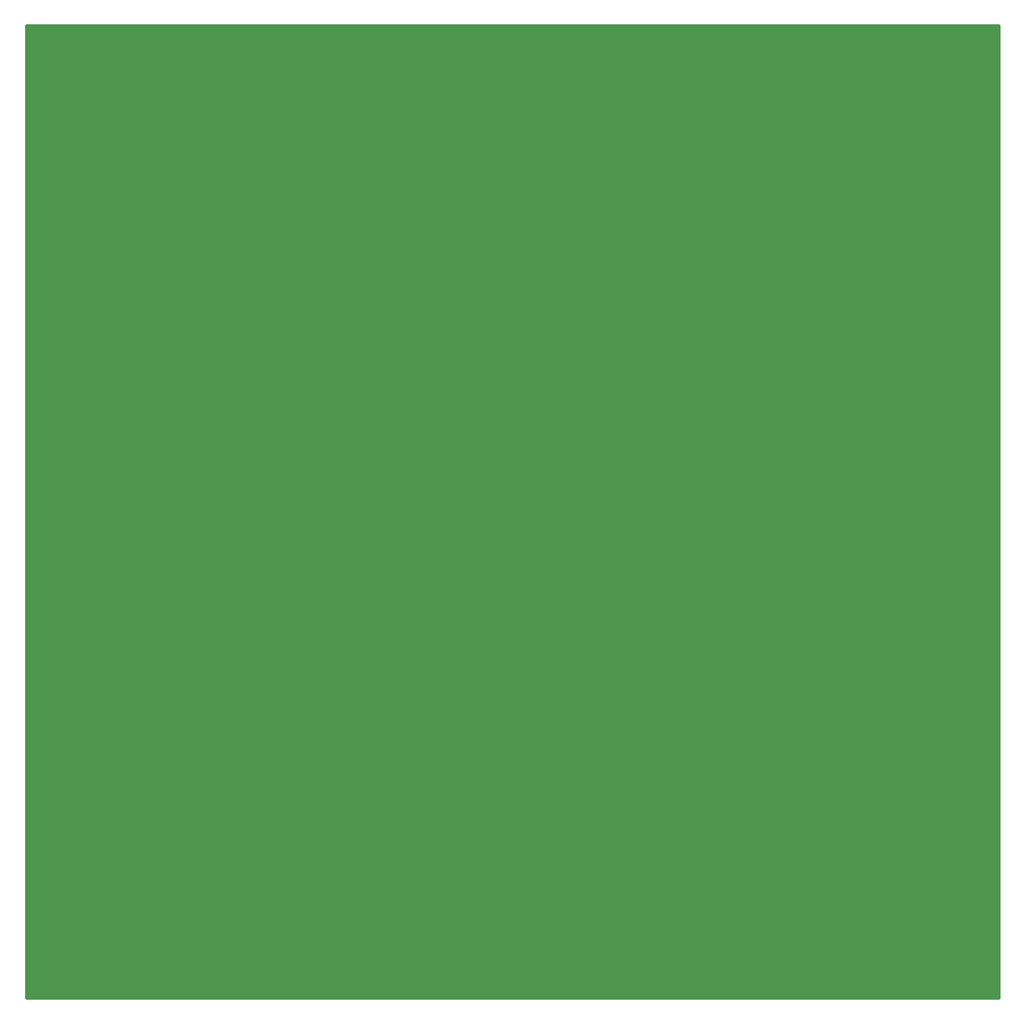
<source format=gbr>
%TF.GenerationSoftware,KiCad,Pcbnew,(5.1.4)-1*%
%TF.CreationDate,2019-12-10T14:49:21+08:00*%
%TF.ProjectId,RF_output,52465f6f-7574-4707-9574-2e6b69636164,rev?*%
%TF.SameCoordinates,Original*%
%TF.FileFunction,Copper,L2,Bot*%
%TF.FilePolarity,Positive*%
%FSLAX46Y46*%
G04 Gerber Fmt 4.6, Leading zero omitted, Abs format (unit mm)*
G04 Created by KiCad (PCBNEW (5.1.4)-1) date 2019-12-10 14:49:21*
%MOMM*%
%LPD*%
G04 APERTURE LIST*
%ADD10C,0.800000*%
%ADD11C,6.000000*%
%ADD12C,0.254000*%
%ADD13C,0.350000*%
G04 APERTURE END LIST*
D10*
X57056810Y-143812500D03*
X57056810Y-146187500D03*
X55000000Y-147375000D03*
X52943190Y-146187500D03*
X52943190Y-143812500D03*
X55000000Y-142625000D03*
D11*
X55000000Y-145000000D03*
D10*
X57056810Y-53812500D03*
X57056810Y-56187500D03*
X55000000Y-57375000D03*
X52943190Y-56187500D03*
X52943190Y-53812500D03*
X55000000Y-52625000D03*
D11*
X55000000Y-55000000D03*
D10*
X147056810Y-143812500D03*
X147056810Y-146187500D03*
X145000000Y-147375000D03*
X142943190Y-146187500D03*
X142943190Y-143812500D03*
X145000000Y-142625000D03*
D11*
X145000000Y-145000000D03*
D10*
X62056810Y-118812500D03*
X62056810Y-121187500D03*
X60000000Y-122375000D03*
X57943190Y-121187500D03*
X57943190Y-118812500D03*
X60000000Y-117625000D03*
D11*
X60000000Y-120000000D03*
D10*
X147056810Y-53812500D03*
X147056810Y-56187500D03*
X145000000Y-57375000D03*
X142943190Y-56187500D03*
X142943190Y-53812500D03*
X145000000Y-52625000D03*
D11*
X145000000Y-55000000D03*
D10*
X62056810Y-78812500D03*
X62056810Y-81187500D03*
X60000000Y-82375000D03*
X57943190Y-81187500D03*
X57943190Y-78812500D03*
X60000000Y-77625000D03*
D11*
X60000000Y-80000000D03*
D10*
X142580000Y-92634000D03*
X140580000Y-92634000D03*
X138580000Y-94412000D03*
X140580000Y-94412000D03*
X144580000Y-96190000D03*
X142580000Y-94412000D03*
X148580000Y-92634000D03*
X138580000Y-92634000D03*
X148580000Y-96190000D03*
X146580000Y-96190000D03*
X140580000Y-96190000D03*
X148580000Y-94412000D03*
X146580000Y-94412000D03*
X142580000Y-96190000D03*
X144580000Y-92634000D03*
X146580000Y-92634000D03*
X138580000Y-96190000D03*
X144580000Y-94412000D03*
X146580000Y-105588000D03*
X144580000Y-105588000D03*
X140580000Y-105588000D03*
X138580000Y-105588000D03*
X148580000Y-105588000D03*
X142580000Y-105588000D03*
X146580000Y-103810000D03*
X144580000Y-103810000D03*
X140580000Y-103810000D03*
X138580000Y-103810000D03*
X148580000Y-103810000D03*
X142580000Y-103810000D03*
X138580000Y-107366000D03*
X140580000Y-107366000D03*
X142580000Y-107366000D03*
X144580000Y-107366000D03*
X146580000Y-107366000D03*
X148580000Y-107366000D03*
X115570000Y-88900000D03*
X118110000Y-93980000D03*
X113030000Y-101600000D03*
X118110000Y-96520000D03*
X115570000Y-93980000D03*
X113030000Y-96520000D03*
X115570000Y-101600000D03*
X118110000Y-101600000D03*
X115570000Y-99060000D03*
X113030000Y-93980000D03*
X118110000Y-99060000D03*
X113030000Y-99060000D03*
X115570000Y-96520000D03*
X113030000Y-91440000D03*
X113030000Y-88900000D03*
X115570000Y-91440000D03*
X118110000Y-91440000D03*
X118110000Y-88900000D03*
X115570000Y-104140000D03*
X118110000Y-109220000D03*
X113030000Y-116840000D03*
X118110000Y-111760000D03*
X115570000Y-109220000D03*
X113030000Y-111760000D03*
X115570000Y-116840000D03*
X118110000Y-116840000D03*
X115570000Y-114300000D03*
X113030000Y-109220000D03*
X118110000Y-114300000D03*
X113030000Y-114300000D03*
X115570000Y-111760000D03*
X113030000Y-106680000D03*
X113030000Y-104140000D03*
X115570000Y-106680000D03*
X118110000Y-106680000D03*
X118110000Y-104140000D03*
X115570000Y-124460000D03*
X118110000Y-121920000D03*
X113030000Y-127000000D03*
X118110000Y-124460000D03*
X115570000Y-121920000D03*
X113030000Y-119380000D03*
X115570000Y-127000000D03*
X115570000Y-119380000D03*
X118110000Y-127000000D03*
X113030000Y-124460000D03*
X113030000Y-121920000D03*
X118110000Y-119380000D03*
X80010000Y-77470000D03*
X77470000Y-80010000D03*
X72390000Y-74930000D03*
X77470000Y-72390000D03*
X67310000Y-77470000D03*
X74930000Y-74930000D03*
X80010000Y-74930000D03*
X80010000Y-80010000D03*
X82550000Y-74930000D03*
X67310000Y-74930000D03*
X69850000Y-77470000D03*
X64770000Y-80010000D03*
X72390000Y-80010000D03*
X64770000Y-77470000D03*
X82550000Y-77470000D03*
X72390000Y-77470000D03*
X69850000Y-74930000D03*
X69850000Y-72390000D03*
X77470000Y-74930000D03*
X77470000Y-77470000D03*
X64770000Y-74930000D03*
X82550000Y-72390000D03*
X74930000Y-77470000D03*
X80010000Y-72390000D03*
X74930000Y-72390000D03*
X82550000Y-80010000D03*
X74930000Y-80010000D03*
X67310000Y-80010000D03*
X72390000Y-72390000D03*
X67310000Y-72390000D03*
X69850000Y-80010000D03*
X64770000Y-72390000D03*
X57150000Y-63500000D03*
X54610000Y-63500000D03*
X54610000Y-73660000D03*
X57150000Y-71120000D03*
X57150000Y-73660000D03*
X57150000Y-68580000D03*
X57150000Y-76200000D03*
X54610000Y-76200000D03*
X54610000Y-71120000D03*
X54610000Y-60960000D03*
X54610000Y-66040000D03*
X57150000Y-66040000D03*
X54610000Y-68580000D03*
X80010000Y-123190000D03*
X80010000Y-125730000D03*
X80010000Y-120650000D03*
X80010000Y-128270000D03*
X77470000Y-123190000D03*
X77470000Y-125730000D03*
X77470000Y-120650000D03*
X77470000Y-128270000D03*
X74930000Y-123190000D03*
X74930000Y-125730000D03*
X74930000Y-120650000D03*
X74930000Y-128270000D03*
X72390000Y-123190000D03*
X72390000Y-125730000D03*
X72390000Y-120650000D03*
X72390000Y-128270000D03*
X69850000Y-123190000D03*
X69850000Y-125730000D03*
X69850000Y-120650000D03*
X69850000Y-128270000D03*
X67310000Y-123190000D03*
X67310000Y-125730000D03*
X67310000Y-120650000D03*
X67310000Y-128270000D03*
X64770000Y-123190000D03*
X64770000Y-125730000D03*
X64770000Y-120650000D03*
X64770000Y-128270000D03*
X57150000Y-124460000D03*
X59690000Y-124460000D03*
X54610000Y-124460000D03*
X62230000Y-124460000D03*
X57150000Y-127000000D03*
X59690000Y-127000000D03*
X54610000Y-127000000D03*
X62230000Y-127000000D03*
X54610000Y-134620000D03*
X54610000Y-132080000D03*
X54610000Y-137160000D03*
X54610000Y-129540000D03*
X57150000Y-132080000D03*
X57150000Y-134620000D03*
X57150000Y-129540000D03*
X57150000Y-137160000D03*
X107630000Y-75190000D03*
X105590000Y-79000000D03*
X105590000Y-72650000D03*
X107630000Y-76460000D03*
X105590000Y-80270000D03*
X105590000Y-73920000D03*
X105590000Y-75190000D03*
X107630000Y-73920000D03*
X107630000Y-79000000D03*
X105590000Y-76460000D03*
X107630000Y-72650000D03*
X105590000Y-71380000D03*
X107630000Y-71380000D03*
X107630000Y-80270000D03*
X105590000Y-77730000D03*
X107630000Y-77730000D03*
X87130000Y-75190000D03*
X85090000Y-79000000D03*
X85090000Y-72650000D03*
X87130000Y-76460000D03*
X85090000Y-80270000D03*
X85090000Y-73920000D03*
X85090000Y-75190000D03*
X87130000Y-73920000D03*
X87130000Y-79000000D03*
X85090000Y-76460000D03*
X87130000Y-72650000D03*
X85090000Y-71380000D03*
X87130000Y-71380000D03*
X87130000Y-80270000D03*
X85090000Y-77730000D03*
X87130000Y-77730000D03*
X107630000Y-123190000D03*
X105590000Y-127000000D03*
X105590000Y-120650000D03*
X107630000Y-124460000D03*
X105590000Y-128270000D03*
X105590000Y-121920000D03*
X105590000Y-123190000D03*
X107630000Y-121920000D03*
X107630000Y-127000000D03*
X105590000Y-124460000D03*
X107630000Y-120650000D03*
X105590000Y-119380000D03*
X107630000Y-119380000D03*
X107630000Y-128270000D03*
X105590000Y-125730000D03*
X107630000Y-125730000D03*
X105000000Y-118000000D03*
X118110000Y-71120000D03*
X115570000Y-71120000D03*
X113030000Y-71120000D03*
X113030000Y-73660000D03*
X115570000Y-73660000D03*
X118110000Y-73660000D03*
X118110000Y-76200000D03*
X115570000Y-76200000D03*
X113030000Y-76200000D03*
X118110000Y-81280000D03*
X115570000Y-81280000D03*
X113030000Y-81280000D03*
X113030000Y-83820000D03*
X115570000Y-83820000D03*
X118110000Y-83820000D03*
X118110000Y-86360000D03*
X115570000Y-86360000D03*
X113030000Y-86360000D03*
X59944000Y-65532000D03*
X59944000Y-68072000D03*
X59944000Y-57912000D03*
X59944000Y-52832000D03*
X59944000Y-62992000D03*
X59944000Y-60452000D03*
X59944000Y-55372000D03*
X53086000Y-59182000D03*
X53086000Y-71882000D03*
X53086000Y-69342000D03*
X53086000Y-64262000D03*
X53086000Y-61722000D03*
X53086000Y-74422000D03*
X53086000Y-76962000D03*
X53086000Y-79502000D03*
X53086000Y-66802000D03*
X119634000Y-69850000D03*
X81534000Y-69850000D03*
X84074000Y-69850000D03*
X76454000Y-69850000D03*
X86614000Y-69850000D03*
X112014000Y-69850000D03*
X109474000Y-69850000D03*
X117094000Y-69850000D03*
X114554000Y-69850000D03*
X78994000Y-69850000D03*
X106934000Y-69850000D03*
X73914000Y-69850000D03*
X66294000Y-69850000D03*
X63754000Y-69850000D03*
X71374000Y-69850000D03*
X68834000Y-69850000D03*
X61214000Y-69850000D03*
X120904000Y-71882000D03*
X120904000Y-84582000D03*
X120904000Y-82042000D03*
X120904000Y-76962000D03*
X120904000Y-79502000D03*
X120904000Y-74422000D03*
X120904000Y-87122000D03*
X120904000Y-89662000D03*
X120904000Y-92202000D03*
X120904000Y-117856000D03*
X120904000Y-125476000D03*
X120904000Y-102616000D03*
X120904000Y-107696000D03*
X120904000Y-112776000D03*
X120904000Y-115316000D03*
X120904000Y-122936000D03*
X120904000Y-97536000D03*
X120904000Y-105156000D03*
X120904000Y-110236000D03*
X120904000Y-120396000D03*
X120904000Y-100076000D03*
X120904000Y-94996000D03*
X120904000Y-128016000D03*
X73660000Y-82042000D03*
X78740000Y-82042000D03*
X111760000Y-82042000D03*
X76200000Y-82042000D03*
X56000000Y-82042000D03*
X83820000Y-82042000D03*
X86360000Y-82042000D03*
X81280000Y-82042000D03*
X109220000Y-82042000D03*
X106680000Y-82042000D03*
X53340000Y-82042000D03*
X53086000Y-125476000D03*
X53086000Y-133096000D03*
X53086000Y-120396000D03*
X53086000Y-122936000D03*
X53086000Y-130556000D03*
X53086000Y-128016000D03*
X53086000Y-135636000D03*
X53086000Y-138176000D03*
X53086000Y-140716000D03*
X60198000Y-136906000D03*
X60198000Y-144526000D03*
X60198000Y-131826000D03*
X60198000Y-134366000D03*
X60198000Y-141986000D03*
X60198000Y-139446000D03*
X60198000Y-147066000D03*
X67056000Y-130048000D03*
X64516000Y-130048000D03*
X72136000Y-130048000D03*
X69596000Y-130048000D03*
X61976000Y-130048000D03*
X77216000Y-130048000D03*
X79756000Y-130048000D03*
X84836000Y-130048000D03*
X87376000Y-130048000D03*
X74676000Y-130048000D03*
X82296000Y-130048000D03*
X115062000Y-130048000D03*
X112522000Y-130048000D03*
X120142000Y-130048000D03*
X117602000Y-130048000D03*
X53340000Y-118110000D03*
X55580000Y-118110000D03*
X73660000Y-118110000D03*
X76200000Y-118110000D03*
X78740000Y-118110000D03*
X81280000Y-118110000D03*
X83820000Y-118110000D03*
X86360000Y-118110000D03*
X111760000Y-118110000D03*
X111760000Y-115570000D03*
X111760000Y-113030000D03*
X111760000Y-110490000D03*
X111760000Y-107950000D03*
X111760000Y-105410000D03*
X111760000Y-102870000D03*
X111760000Y-100330000D03*
X111760000Y-97790000D03*
X111760000Y-95250000D03*
X111760000Y-92710000D03*
X111760000Y-90170000D03*
X111760000Y-87630000D03*
X111760000Y-85090000D03*
X118110000Y-78740000D03*
X115570000Y-78740000D03*
X113030000Y-78740000D03*
X87130000Y-128270000D03*
X87130000Y-127000000D03*
X87130000Y-125730000D03*
X87130000Y-123190000D03*
X87130000Y-124460000D03*
X87130000Y-121920000D03*
X87130000Y-120650000D03*
X87130000Y-119380000D03*
X85090000Y-119380000D03*
X85090000Y-120650000D03*
X85090000Y-121920000D03*
X85090000Y-123190000D03*
X85090000Y-124460000D03*
X85090000Y-125730000D03*
X85090000Y-127000000D03*
X85090000Y-128270000D03*
X109220000Y-118110000D03*
X109982000Y-130048000D03*
X107500000Y-130000000D03*
X105000000Y-130000000D03*
X107500000Y-118000000D03*
X82550000Y-120650000D03*
X82550000Y-123190000D03*
X82550000Y-125730000D03*
X82550000Y-128270000D03*
X54610000Y-121920000D03*
X55880000Y-139700000D03*
X58420000Y-140970000D03*
X55880000Y-78740000D03*
X59690000Y-74930000D03*
X62230000Y-74930000D03*
X62230000Y-72390000D03*
X59690000Y-72390000D03*
X57150000Y-60960000D03*
X58420000Y-58420000D03*
X110490000Y-128270000D03*
X110490000Y-125730000D03*
X110490000Y-123190000D03*
X110490000Y-120650000D03*
X110490000Y-80010000D03*
X110490000Y-77470000D03*
X110490000Y-74930000D03*
X110490000Y-72390000D03*
X138430000Y-110490000D03*
X140970000Y-110490000D03*
X143510000Y-110490000D03*
X146050000Y-110490000D03*
X148590000Y-110490000D03*
X138430000Y-113030000D03*
X140970000Y-113030000D03*
X143510000Y-113030000D03*
X146050000Y-113030000D03*
X148590000Y-113030000D03*
X138430000Y-115570000D03*
X140970000Y-115570000D03*
X143510000Y-115570000D03*
X146050000Y-115570000D03*
X148590000Y-115570000D03*
X138430000Y-118110000D03*
X140970000Y-118110000D03*
X143510000Y-118110000D03*
X146050000Y-118110000D03*
X148590000Y-118110000D03*
X138430000Y-120650000D03*
X140970000Y-120650000D03*
X143510000Y-120650000D03*
X146050000Y-120650000D03*
X148590000Y-120650000D03*
X138430000Y-123190000D03*
X140970000Y-123190000D03*
X143510000Y-123190000D03*
X146050000Y-123190000D03*
X148590000Y-123190000D03*
X138430000Y-125730000D03*
X140970000Y-125730000D03*
X143510000Y-125730000D03*
X146050000Y-125730000D03*
X148590000Y-125730000D03*
X138430000Y-128270000D03*
X140970000Y-128270000D03*
X143510000Y-128270000D03*
X146050000Y-128270000D03*
X148590000Y-128270000D03*
X138430000Y-130810000D03*
X140970000Y-130810000D03*
X143510000Y-130810000D03*
X146050000Y-130810000D03*
X148590000Y-130810000D03*
X138430000Y-133350000D03*
X140970000Y-133350000D03*
X143510000Y-133350000D03*
X146050000Y-133350000D03*
X148590000Y-133350000D03*
X138430000Y-135890000D03*
X140970000Y-135890000D03*
X143510000Y-135890000D03*
X146050000Y-135890000D03*
X148590000Y-135890000D03*
X138430000Y-138430000D03*
X140970000Y-138430000D03*
X143510000Y-138430000D03*
X146050000Y-138430000D03*
X148590000Y-138430000D03*
X138430000Y-140970000D03*
X140970000Y-140970000D03*
X143510000Y-140970000D03*
X146050000Y-140970000D03*
X148590000Y-140970000D03*
X138430000Y-143510000D03*
X140970000Y-143510000D03*
X148590000Y-143510000D03*
X138430000Y-146050000D03*
X140970000Y-146050000D03*
X148590000Y-146050000D03*
X138430000Y-88900000D03*
X140970000Y-88900000D03*
X143510000Y-88900000D03*
X146050000Y-88900000D03*
X148590000Y-88900000D03*
X138430000Y-86360000D03*
X140970000Y-86360000D03*
X143510000Y-86360000D03*
X146050000Y-86360000D03*
X148590000Y-86360000D03*
X138430000Y-83820000D03*
X140970000Y-83820000D03*
X143510000Y-83820000D03*
X146050000Y-83820000D03*
X148590000Y-83820000D03*
X138430000Y-81280000D03*
X140970000Y-81280000D03*
X143510000Y-81280000D03*
X146050000Y-81280000D03*
X148590000Y-81280000D03*
X138430000Y-78740000D03*
X140970000Y-78740000D03*
X143510000Y-78740000D03*
X146050000Y-78740000D03*
X148590000Y-78740000D03*
X138430000Y-76200000D03*
X140970000Y-76200000D03*
X143510000Y-76200000D03*
X146050000Y-76200000D03*
X148590000Y-76200000D03*
X138430000Y-73660000D03*
X140970000Y-73660000D03*
X143510000Y-73660000D03*
X146050000Y-73660000D03*
X148590000Y-73660000D03*
X138430000Y-71120000D03*
X140970000Y-71120000D03*
X143510000Y-71120000D03*
X146050000Y-71120000D03*
X148590000Y-71120000D03*
X138430000Y-68580000D03*
X140970000Y-68580000D03*
X143510000Y-68580000D03*
X146050000Y-68580000D03*
X148590000Y-68580000D03*
X138430000Y-66040000D03*
X140970000Y-66040000D03*
X143510000Y-66040000D03*
X146050000Y-66040000D03*
X148590000Y-66040000D03*
X138430000Y-63500000D03*
X140970000Y-63500000D03*
X143510000Y-63500000D03*
X146050000Y-63500000D03*
X148590000Y-63500000D03*
X138430000Y-60960000D03*
X140970000Y-60960000D03*
X143510000Y-60960000D03*
X146050000Y-60960000D03*
X148590000Y-60960000D03*
X138430000Y-58420000D03*
X140970000Y-58420000D03*
X143510000Y-58420000D03*
X146050000Y-58420000D03*
X148590000Y-58420000D03*
X138430000Y-55880000D03*
X140970000Y-55880000D03*
X148590000Y-55880000D03*
X138430000Y-53340000D03*
X140970000Y-53340000D03*
X148590000Y-53340000D03*
D12*
G36*
X149123000Y-149123000D02*
G01*
X50877000Y-149123000D01*
X50877000Y-50877000D01*
X149123001Y-50877000D01*
X149123000Y-149123000D01*
X149123000Y-149123000D01*
G37*
X149123000Y-149123000D02*
X50877000Y-149123000D01*
X50877000Y-50877000D01*
X149123001Y-50877000D01*
X149123000Y-149123000D01*
D13*
X115570000Y-88900000D03*
X118110000Y-93980000D03*
X113030000Y-101600000D03*
X118110000Y-96520000D03*
X115570000Y-93980000D03*
X113030000Y-96520000D03*
X115570000Y-101600000D03*
X118110000Y-101600000D03*
X115570000Y-99060000D03*
X113030000Y-93980000D03*
X118110000Y-99060000D03*
X113030000Y-99060000D03*
X115570000Y-96520000D03*
X113030000Y-91440000D03*
X113030000Y-88900000D03*
X115570000Y-91440000D03*
X118110000Y-91440000D03*
X118110000Y-88900000D03*
X115570000Y-104140000D03*
X118110000Y-109220000D03*
X113030000Y-116840000D03*
X118110000Y-111760000D03*
X115570000Y-109220000D03*
X113030000Y-111760000D03*
X115570000Y-116840000D03*
X118110000Y-116840000D03*
X115570000Y-114300000D03*
X113030000Y-109220000D03*
X118110000Y-114300000D03*
X113030000Y-114300000D03*
X115570000Y-111760000D03*
X113030000Y-106680000D03*
X113030000Y-104140000D03*
X115570000Y-106680000D03*
X118110000Y-106680000D03*
X118110000Y-104140000D03*
X115570000Y-124460000D03*
X118110000Y-121920000D03*
X113030000Y-127000000D03*
X118110000Y-124460000D03*
X115570000Y-121920000D03*
X113030000Y-119380000D03*
X115570000Y-127000000D03*
X115570000Y-119380000D03*
X118110000Y-127000000D03*
X113030000Y-124460000D03*
X113030000Y-121920000D03*
X118110000Y-119380000D03*
X80010000Y-77470000D03*
X77470000Y-80010000D03*
X72390000Y-74930000D03*
X77470000Y-72390000D03*
X67310000Y-77470000D03*
X74930000Y-74930000D03*
X80010000Y-74930000D03*
X80010000Y-80010000D03*
X82550000Y-74930000D03*
X67310000Y-74930000D03*
X69850000Y-77470000D03*
X64770000Y-80010000D03*
X72390000Y-80010000D03*
X64770000Y-77470000D03*
X82550000Y-77470000D03*
X72390000Y-77470000D03*
X69850000Y-74930000D03*
X69850000Y-72390000D03*
X77470000Y-74930000D03*
X77470000Y-77470000D03*
X64770000Y-74930000D03*
X82550000Y-72390000D03*
X74930000Y-77470000D03*
X80010000Y-72390000D03*
X74930000Y-72390000D03*
X82550000Y-80010000D03*
X74930000Y-80010000D03*
X67310000Y-80010000D03*
X72390000Y-72390000D03*
X67310000Y-72390000D03*
X69850000Y-80010000D03*
X64770000Y-72390000D03*
X57150000Y-63500000D03*
X54610000Y-63500000D03*
X54610000Y-73660000D03*
X57150000Y-71120000D03*
X57150000Y-73660000D03*
X57150000Y-68580000D03*
X57150000Y-76200000D03*
X54610000Y-76200000D03*
X54610000Y-71120000D03*
X54610000Y-60960000D03*
X54610000Y-66040000D03*
X57150000Y-66040000D03*
X54610000Y-68580000D03*
X80010000Y-123190000D03*
X80010000Y-125730000D03*
X80010000Y-120650000D03*
X80010000Y-128270000D03*
X77470000Y-123190000D03*
X77470000Y-125730000D03*
X77470000Y-120650000D03*
X77470000Y-128270000D03*
X74930000Y-123190000D03*
X74930000Y-125730000D03*
X74930000Y-120650000D03*
X74930000Y-128270000D03*
X72390000Y-123190000D03*
X72390000Y-125730000D03*
X72390000Y-120650000D03*
X72390000Y-128270000D03*
X69850000Y-123190000D03*
X69850000Y-125730000D03*
X69850000Y-120650000D03*
X69850000Y-128270000D03*
X67310000Y-123190000D03*
X67310000Y-125730000D03*
X67310000Y-120650000D03*
X67310000Y-128270000D03*
X64770000Y-123190000D03*
X64770000Y-125730000D03*
X64770000Y-120650000D03*
X64770000Y-128270000D03*
X57150000Y-124460000D03*
X59690000Y-124460000D03*
X54610000Y-124460000D03*
X62230000Y-124460000D03*
X57150000Y-127000000D03*
X59690000Y-127000000D03*
X54610000Y-127000000D03*
X62230000Y-127000000D03*
X54610000Y-134620000D03*
X54610000Y-132080000D03*
X54610000Y-137160000D03*
X54610000Y-129540000D03*
X57150000Y-132080000D03*
X57150000Y-134620000D03*
X57150000Y-129540000D03*
X57150000Y-137160000D03*
X107630000Y-75190000D03*
X105590000Y-79000000D03*
X105590000Y-72650000D03*
X107630000Y-76460000D03*
X105590000Y-80270000D03*
X105590000Y-73920000D03*
X105590000Y-75190000D03*
X107630000Y-73920000D03*
X107630000Y-79000000D03*
X105590000Y-76460000D03*
X107630000Y-72650000D03*
X105590000Y-71380000D03*
X107630000Y-71380000D03*
X107630000Y-80270000D03*
X105590000Y-77730000D03*
X107630000Y-77730000D03*
X87130000Y-75190000D03*
X85090000Y-79000000D03*
X85090000Y-72650000D03*
X87130000Y-76460000D03*
X85090000Y-80270000D03*
X85090000Y-73920000D03*
X85090000Y-75190000D03*
X87130000Y-73920000D03*
X87130000Y-79000000D03*
X85090000Y-76460000D03*
X87130000Y-72650000D03*
X85090000Y-71380000D03*
X87130000Y-71380000D03*
X87130000Y-80270000D03*
X85090000Y-77730000D03*
X87130000Y-77730000D03*
X107630000Y-123190000D03*
X105590000Y-127000000D03*
X105590000Y-120650000D03*
X107630000Y-124460000D03*
X105590000Y-128270000D03*
X105590000Y-121920000D03*
X105590000Y-123190000D03*
X107630000Y-121920000D03*
X107630000Y-127000000D03*
X105590000Y-124460000D03*
X107630000Y-120650000D03*
X105590000Y-119380000D03*
X107630000Y-119380000D03*
X107630000Y-128270000D03*
X105590000Y-125730000D03*
X107630000Y-125730000D03*
X105000000Y-118000000D03*
X118110000Y-71120000D03*
X115570000Y-71120000D03*
X113030000Y-71120000D03*
X113030000Y-73660000D03*
X115570000Y-73660000D03*
X118110000Y-73660000D03*
X118110000Y-76200000D03*
X115570000Y-76200000D03*
X113030000Y-76200000D03*
X118110000Y-81280000D03*
X115570000Y-81280000D03*
X113030000Y-81280000D03*
X113030000Y-83820000D03*
X115570000Y-83820000D03*
X118110000Y-83820000D03*
X118110000Y-86360000D03*
X115570000Y-86360000D03*
X113030000Y-86360000D03*
X59944000Y-65532000D03*
X59944000Y-68072000D03*
X59944000Y-57912000D03*
X59944000Y-52832000D03*
X59944000Y-62992000D03*
X59944000Y-60452000D03*
X59944000Y-55372000D03*
X53086000Y-59182000D03*
X53086000Y-71882000D03*
X53086000Y-69342000D03*
X53086000Y-64262000D03*
X53086000Y-61722000D03*
X53086000Y-74422000D03*
X53086000Y-76962000D03*
X53086000Y-79502000D03*
X53086000Y-66802000D03*
X119634000Y-69850000D03*
X81534000Y-69850000D03*
X84074000Y-69850000D03*
X76454000Y-69850000D03*
X86614000Y-69850000D03*
X112014000Y-69850000D03*
X109474000Y-69850000D03*
X117094000Y-69850000D03*
X114554000Y-69850000D03*
X78994000Y-69850000D03*
X106934000Y-69850000D03*
X73914000Y-69850000D03*
X66294000Y-69850000D03*
X63754000Y-69850000D03*
X71374000Y-69850000D03*
X68834000Y-69850000D03*
X61214000Y-69850000D03*
X120904000Y-71882000D03*
X120904000Y-84582000D03*
X120904000Y-82042000D03*
X120904000Y-76962000D03*
X120904000Y-79502000D03*
X120904000Y-74422000D03*
X120904000Y-87122000D03*
X120904000Y-89662000D03*
X120904000Y-92202000D03*
X120904000Y-117856000D03*
X120904000Y-125476000D03*
X120904000Y-102616000D03*
X120904000Y-107696000D03*
X120904000Y-112776000D03*
X120904000Y-115316000D03*
X120904000Y-122936000D03*
X120904000Y-97536000D03*
X120904000Y-105156000D03*
X120904000Y-110236000D03*
X120904000Y-120396000D03*
X120904000Y-100076000D03*
X120904000Y-94996000D03*
X120904000Y-128016000D03*
X73660000Y-82042000D03*
X78740000Y-82042000D03*
X111760000Y-82042000D03*
X76200000Y-82042000D03*
X56000000Y-82042000D03*
X83820000Y-82042000D03*
X86360000Y-82042000D03*
X81280000Y-82042000D03*
X109220000Y-82042000D03*
X106680000Y-82042000D03*
X53340000Y-82042000D03*
X53086000Y-125476000D03*
X53086000Y-133096000D03*
X53086000Y-120396000D03*
X53086000Y-122936000D03*
X53086000Y-130556000D03*
X53086000Y-128016000D03*
X53086000Y-135636000D03*
X53086000Y-138176000D03*
X53086000Y-140716000D03*
X60198000Y-136906000D03*
X60198000Y-144526000D03*
X60198000Y-131826000D03*
X60198000Y-134366000D03*
X60198000Y-141986000D03*
X60198000Y-139446000D03*
X60198000Y-147066000D03*
X67056000Y-130048000D03*
X64516000Y-130048000D03*
X72136000Y-130048000D03*
X69596000Y-130048000D03*
X61976000Y-130048000D03*
X77216000Y-130048000D03*
X79756000Y-130048000D03*
X84836000Y-130048000D03*
X87376000Y-130048000D03*
X74676000Y-130048000D03*
X82296000Y-130048000D03*
X115062000Y-130048000D03*
X112522000Y-130048000D03*
X120142000Y-130048000D03*
X117602000Y-130048000D03*
X53340000Y-118110000D03*
X55580000Y-118110000D03*
X73660000Y-118110000D03*
X76200000Y-118110000D03*
X78740000Y-118110000D03*
X81280000Y-118110000D03*
X83820000Y-118110000D03*
X86360000Y-118110000D03*
X111760000Y-118110000D03*
X111760000Y-115570000D03*
X111760000Y-113030000D03*
X111760000Y-110490000D03*
X111760000Y-107950000D03*
X111760000Y-105410000D03*
X111760000Y-102870000D03*
X111760000Y-100330000D03*
X111760000Y-97790000D03*
X111760000Y-95250000D03*
X111760000Y-92710000D03*
X111760000Y-90170000D03*
X111760000Y-87630000D03*
X111760000Y-85090000D03*
X118110000Y-78740000D03*
X115570000Y-78740000D03*
X113030000Y-78740000D03*
X87130000Y-128270000D03*
X87130000Y-127000000D03*
X87130000Y-125730000D03*
X87130000Y-123190000D03*
X87130000Y-124460000D03*
X87130000Y-121920000D03*
X87130000Y-120650000D03*
X87130000Y-119380000D03*
X85090000Y-119380000D03*
X85090000Y-120650000D03*
X85090000Y-121920000D03*
X85090000Y-123190000D03*
X85090000Y-124460000D03*
X85090000Y-125730000D03*
X85090000Y-127000000D03*
X85090000Y-128270000D03*
X109220000Y-118110000D03*
X109982000Y-130048000D03*
X107500000Y-130000000D03*
X105000000Y-130000000D03*
X107500000Y-118000000D03*
X82550000Y-120650000D03*
X82550000Y-123190000D03*
X82550000Y-125730000D03*
X82550000Y-128270000D03*
X54610000Y-121920000D03*
X55880000Y-139700000D03*
X58420000Y-140970000D03*
X55880000Y-78740000D03*
X59690000Y-74930000D03*
X62230000Y-74930000D03*
X62230000Y-72390000D03*
X59690000Y-72390000D03*
X57150000Y-60960000D03*
X58420000Y-58420000D03*
X110490000Y-128270000D03*
X110490000Y-125730000D03*
X110490000Y-123190000D03*
X110490000Y-120650000D03*
X110490000Y-80010000D03*
X110490000Y-77470000D03*
X110490000Y-74930000D03*
X110490000Y-72390000D03*
X138430000Y-110490000D03*
X140970000Y-110490000D03*
X143510000Y-110490000D03*
X146050000Y-110490000D03*
X148590000Y-110490000D03*
X138430000Y-113030000D03*
X140970000Y-113030000D03*
X143510000Y-113030000D03*
X146050000Y-113030000D03*
X148590000Y-113030000D03*
X138430000Y-115570000D03*
X140970000Y-115570000D03*
X143510000Y-115570000D03*
X146050000Y-115570000D03*
X148590000Y-115570000D03*
X138430000Y-118110000D03*
X140970000Y-118110000D03*
X143510000Y-118110000D03*
X146050000Y-118110000D03*
X148590000Y-118110000D03*
X138430000Y-120650000D03*
X140970000Y-120650000D03*
X143510000Y-120650000D03*
X146050000Y-120650000D03*
X148590000Y-120650000D03*
X138430000Y-123190000D03*
X140970000Y-123190000D03*
X143510000Y-123190000D03*
X146050000Y-123190000D03*
X148590000Y-123190000D03*
X138430000Y-125730000D03*
X140970000Y-125730000D03*
X143510000Y-125730000D03*
X146050000Y-125730000D03*
X148590000Y-125730000D03*
X138430000Y-128270000D03*
X140970000Y-128270000D03*
X143510000Y-128270000D03*
X146050000Y-128270000D03*
X148590000Y-128270000D03*
X138430000Y-130810000D03*
X140970000Y-130810000D03*
X143510000Y-130810000D03*
X146050000Y-130810000D03*
X148590000Y-130810000D03*
X138430000Y-133350000D03*
X140970000Y-133350000D03*
X143510000Y-133350000D03*
X146050000Y-133350000D03*
X148590000Y-133350000D03*
X138430000Y-135890000D03*
X140970000Y-135890000D03*
X143510000Y-135890000D03*
X146050000Y-135890000D03*
X148590000Y-135890000D03*
X138430000Y-138430000D03*
X140970000Y-138430000D03*
X143510000Y-138430000D03*
X146050000Y-138430000D03*
X148590000Y-138430000D03*
X138430000Y-140970000D03*
X140970000Y-140970000D03*
X143510000Y-140970000D03*
X146050000Y-140970000D03*
X148590000Y-140970000D03*
X138430000Y-143510000D03*
X140970000Y-143510000D03*
X148590000Y-143510000D03*
X138430000Y-146050000D03*
X140970000Y-146050000D03*
X148590000Y-146050000D03*
X138430000Y-88900000D03*
X140970000Y-88900000D03*
X143510000Y-88900000D03*
X146050000Y-88900000D03*
X148590000Y-88900000D03*
X138430000Y-86360000D03*
X140970000Y-86360000D03*
X143510000Y-86360000D03*
X146050000Y-86360000D03*
X148590000Y-86360000D03*
X138430000Y-83820000D03*
X140970000Y-83820000D03*
X143510000Y-83820000D03*
X146050000Y-83820000D03*
X148590000Y-83820000D03*
X138430000Y-81280000D03*
X140970000Y-81280000D03*
X143510000Y-81280000D03*
X146050000Y-81280000D03*
X148590000Y-81280000D03*
X138430000Y-78740000D03*
X140970000Y-78740000D03*
X143510000Y-78740000D03*
X146050000Y-78740000D03*
X148590000Y-78740000D03*
X138430000Y-76200000D03*
X140970000Y-76200000D03*
X143510000Y-76200000D03*
X146050000Y-76200000D03*
X148590000Y-76200000D03*
X138430000Y-73660000D03*
X140970000Y-73660000D03*
X143510000Y-73660000D03*
X146050000Y-73660000D03*
X148590000Y-73660000D03*
X138430000Y-71120000D03*
X140970000Y-71120000D03*
X143510000Y-71120000D03*
X146050000Y-71120000D03*
X148590000Y-71120000D03*
X138430000Y-68580000D03*
X140970000Y-68580000D03*
X143510000Y-68580000D03*
X146050000Y-68580000D03*
X148590000Y-68580000D03*
X138430000Y-66040000D03*
X140970000Y-66040000D03*
X143510000Y-66040000D03*
X146050000Y-66040000D03*
X148590000Y-66040000D03*
X138430000Y-63500000D03*
X140970000Y-63500000D03*
X143510000Y-63500000D03*
X146050000Y-63500000D03*
X148590000Y-63500000D03*
X138430000Y-60960000D03*
X140970000Y-60960000D03*
X143510000Y-60960000D03*
X146050000Y-60960000D03*
X148590000Y-60960000D03*
X138430000Y-58420000D03*
X140970000Y-58420000D03*
X143510000Y-58420000D03*
X146050000Y-58420000D03*
X148590000Y-58420000D03*
X138430000Y-55880000D03*
X140970000Y-55880000D03*
X148590000Y-55880000D03*
X138430000Y-53340000D03*
X140970000Y-53340000D03*
X148590000Y-53340000D03*
X57056810Y-143812500D03*
X57056810Y-146187500D03*
X55000000Y-147375000D03*
X52943190Y-146187500D03*
X52943190Y-143812500D03*
X55000000Y-142625000D03*
X55000000Y-145000000D03*
X57056810Y-53812500D03*
X57056810Y-56187500D03*
X55000000Y-57375000D03*
X52943190Y-56187500D03*
X52943190Y-53812500D03*
X55000000Y-52625000D03*
X55000000Y-55000000D03*
X147056810Y-143812500D03*
X147056810Y-146187500D03*
X145000000Y-147375000D03*
X142943190Y-146187500D03*
X142943190Y-143812500D03*
X145000000Y-142625000D03*
X145000000Y-145000000D03*
X62056810Y-118812500D03*
X62056810Y-121187500D03*
X60000000Y-122375000D03*
X57943190Y-121187500D03*
X57943190Y-118812500D03*
X60000000Y-117625000D03*
X60000000Y-120000000D03*
X147056810Y-53812500D03*
X147056810Y-56187500D03*
X145000000Y-57375000D03*
X142943190Y-56187500D03*
X142943190Y-53812500D03*
X145000000Y-52625000D03*
X145000000Y-55000000D03*
X62056810Y-78812500D03*
X62056810Y-81187500D03*
X60000000Y-82375000D03*
X57943190Y-81187500D03*
X57943190Y-78812500D03*
X60000000Y-77625000D03*
X60000000Y-80000000D03*
X142580000Y-92634000D03*
X140580000Y-92634000D03*
X138580000Y-94412000D03*
X140580000Y-94412000D03*
X144580000Y-96190000D03*
X142580000Y-94412000D03*
X148580000Y-92634000D03*
X138580000Y-92634000D03*
X148580000Y-96190000D03*
X146580000Y-96190000D03*
X140580000Y-96190000D03*
X148580000Y-94412000D03*
X146580000Y-94412000D03*
X142580000Y-96190000D03*
X144580000Y-92634000D03*
X146580000Y-92634000D03*
X138580000Y-96190000D03*
X144580000Y-94412000D03*
X146580000Y-105588000D03*
X144580000Y-105588000D03*
X140580000Y-105588000D03*
X138580000Y-105588000D03*
X148580000Y-105588000D03*
X142580000Y-105588000D03*
X146580000Y-103810000D03*
X144580000Y-103810000D03*
X140580000Y-103810000D03*
X138580000Y-103810000D03*
X148580000Y-103810000D03*
X142580000Y-103810000D03*
X138580000Y-107366000D03*
X140580000Y-107366000D03*
X142580000Y-107366000D03*
X144580000Y-107366000D03*
X146580000Y-107366000D03*
X148580000Y-107366000D03*
M02*

</source>
